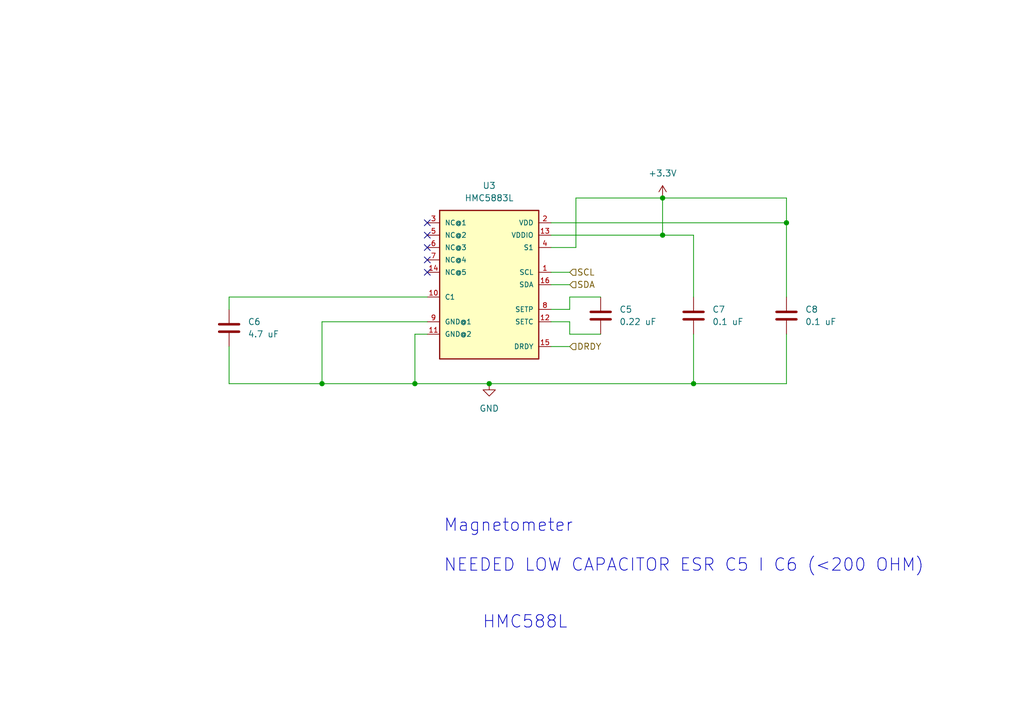
<source format=kicad_sch>
(kicad_sch (version 20231120) (generator "eeschema") (generator_version "8.0")
  (paper "A5")
  (lib_symbols
    (symbol "Device:C" (pin_numbers hide) (pin_names (offset 0.254))
      (property "Reference" "C" (at 0.635 2.54 0))
      (property "Value" "C" (at 0.635 -2.54 0))
      (symbol "C_0_1"
        (polyline (pts (xy -2.032 -0.762) (xy 2.032 -0.762)) (stroke (width 0.508)))
        (polyline (pts (xy -2.032 0.762) (xy 2.032 0.762)) (stroke (width 0.508)))
      )
      (symbol "C_1_1"
        (pin passive line (at 0 3.81 270) (length 2.794) (name "~") (number "1"))
        (pin passive line (at 0 -3.81 90) (length 2.794) (name "~") (number "2"))
      )
    )
    (symbol "HMC5883L:HMC5883L" (pin_names (offset 1.016))
      (property "Reference" "U" (at -10.16 15.494 0))
      (property "Value" "HMC5883L" (at -10.16 -15.494 0))
      (symbol "HMC5883L_0_0"
        (rectangle (start -10.16 -15.24) (end 10.16 15.24) (stroke (width 0.254)) (fill (type background)))
        (pin bidirectional line (at 12.7 2.54 180) (length 2.54) (name "SCL") (number "1"))
        (pin bidirectional line (at -12.7 -2.54 0) (length 2.54) (name "C1") (number "10"))
        (pin bidirectional line (at -12.7 -10.16 0) (length 2.54) (name "GND@2") (number "11"))
        (pin bidirectional line (at 12.7 -7.62 180) (length 2.54) (name "SETC") (number "12"))
        (pin bidirectional line (at 12.7 10.16 180) (length 2.54) (name "VDDIO") (number "13"))
        (pin bidirectional line (at -12.7 2.54 0) (length 2.54) (name "NC@5") (number "14"))
        (pin bidirectional line (at 12.7 -12.7 180) (length 2.54) (name "DRDY") (number "15"))
        (pin bidirectional line (at 12.7 0 180) (length 2.54) (name "SDA") (number "16"))
        (pin bidirectional line (at 12.7 12.7 180) (length 2.54) (name "VDD") (number "2"))
        (pin bidirectional line (at -12.7 12.7 0) (length 2.54) (name "NC@1") (number "3"))
        (pin bidirectional line (at 12.7 7.62 180) (length 2.54) (name "S1") (number "4"))
        (pin bidirectional line (at -12.7 10.16 0) (length 2.54) (name "NC@2") (number "5"))
        (pin bidirectional line (at -12.7 7.62 0) (length 2.54) (name "NC@3") (number "6"))
        (pin bidirectional line (at -12.7 5.08 0) (length 2.54) (name "NC@4") (number "7"))
        (pin bidirectional line (at 12.7 -5.08 180) (length 2.54) (name "SETP") (number "8"))
        (pin bidirectional line (at -12.7 -7.62 0) (length 2.54) (name "GND@1") (number "9"))
      )
    )
    (symbol "power:+3.3V" (power) (pin_numbers hide) (pin_names (offset 0) hide)
      (property "Value" "+3.3V" (at 0 3.556 0))
      (symbol "+3.3V_0_1"
        (polyline (pts (xy -0.762 1.27) (xy 0 2.54)))
        (polyline (pts (xy 0 0) (xy 0 2.54)))
        (polyline (pts (xy 0 2.54) (xy 0.762 1.27)))
      )
      (symbol "+3.3V_1_1"
        (pin power_in line (at 0 0 90) (length 0) (name "~") (number "1"))
      )
    )
    (symbol "power:GND" (power) (pin_numbers hide) (pin_names (offset 0) hide)
      (property "Value" "GND" (at 0 -3.81 0))
      (symbol "GND_0_1"
        (polyline (pts (xy 0 0) (xy 0 -1.27) (xy 1.27 -1.27) (xy 0 -2.54) (xy -1.27 -1.27) (xy 0 -1.27)))
      )
      (symbol "GND_1_1"
        (pin power_in line (at 0 0 270) (length 0) (name "~") (number "1"))
      )
    )
  )
  (junction (at 85.09 78.74))
  (junction (at 66.04 78.74))
  (junction (at 161.29 45.72))
  (junction (at 135.89 48.26))
  (junction (at 142.24 78.74))
  (junction (at 100.33 78.74))
  (junction (at 135.89 40.64))
  (no_connect (at 87.63 55.88))
  (no_connect (at 87.63 50.8))
  (no_connect (at 87.63 53.34))
  (no_connect (at 87.63 48.26))
  (no_connect (at 87.63 45.72))
  (wire (pts (xy 113.03 63.5) (xy 116.84 63.5)))
  (wire (pts (xy 66.04 66.04) (xy 66.04 78.74)))
  (wire (pts (xy 66.04 78.74) (xy 85.09 78.74)))
  (wire (pts (xy 87.63 68.58) (xy 85.09 68.58)))
  (wire (pts (xy 85.09 68.58) (xy 85.09 78.74)))
  (wire (pts (xy 85.09 78.74) (xy 100.33 78.74)))
  (wire (pts (xy 113.03 55.88) (xy 116.84 55.88)))
  (wire (pts (xy 113.03 48.26) (xy 135.89 48.26)))
  (wire (pts (xy 142.24 78.74) (xy 142.24 68.58)))
  (wire (pts (xy 113.03 71.12) (xy 116.84 71.12)))
  (wire (pts (xy 161.29 45.72) (xy 161.29 60.96)))
  (wire (pts (xy 113.03 45.72) (xy 161.29 45.72)))
  (wire (pts (xy 116.84 60.96) (xy 123.19 60.96)))
  (wire (pts (xy 116.84 66.04) (xy 116.84 68.58)))
  (wire (pts (xy 46.99 71.12) (xy 46.99 78.74)))
  (wire (pts (xy 161.29 40.64) (xy 161.29 45.72)))
  (wire (pts (xy 161.29 78.74) (xy 161.29 68.58)))
  (wire (pts (xy 100.33 78.74) (xy 142.24 78.74)))
  (wire (pts (xy 113.03 50.8) (xy 118.11 50.8)))
  (wire (pts (xy 46.99 60.96) (xy 46.99 63.5)))
  (wire (pts (xy 116.84 68.58) (xy 123.19 68.58)))
  (wire (pts (xy 113.03 58.42) (xy 116.84 58.42)))
  (wire (pts (xy 135.89 48.26) (xy 142.24 48.26)))
  (wire (pts (xy 87.63 60.96) (xy 46.99 60.96)))
  (wire (pts (xy 135.89 40.64) (xy 135.89 48.26)))
  (wire (pts (xy 113.03 66.04) (xy 116.84 66.04)))
  (wire (pts (xy 116.84 63.5) (xy 116.84 60.96)))
  (wire (pts (xy 142.24 48.26) (xy 142.24 60.96)))
  (wire (pts (xy 142.24 78.74) (xy 161.29 78.74)))
  (wire (pts (xy 46.99 78.74) (xy 66.04 78.74)))
  (wire (pts (xy 87.63 66.04) (xy 66.04 66.04)))
  (wire (pts (xy 118.11 50.8) (xy 118.11 40.64)))
  (wire (pts (xy 135.89 40.64) (xy 161.29 40.64)))
  (wire (pts (xy 118.11 40.64) (xy 135.89 40.64)))
  (text "Magnetometer\n\nNEEDED LOW CAPACITOR ESR C5 I C6 (<200 OHM)" (at 90.932 112.014 0) (effects (font (size 2.54 2.54)) (justify left)))
  (text "HMC588L" (at 107.696 127.762 0) (effects (font (size 2.54 2.54))))
  (hierarchical_label "SCL" (shape input) (at 116.84 55.88 0))
  (hierarchical_label "SDA" (shape input) (at 116.84 58.42 0))
  (hierarchical_label "DRDY" (shape input) (at 116.84 71.12 0))
  (symbol (lib_id "Device:C") (at 161.29 64.77 0) (unit 1)
    (property "Reference" "C8" (at 165.1 63.4999 0) (effects (justify left)))
    (property "Value" "0.1 uF" (at 165.1 66.0399 0) (effects (justify left)))
    (property "Description" "Unpolarized capacitor" (effects (hide yes)))
  )
  (symbol (lib_id "Device:C") (at 46.99 67.31 0) (unit 1)
    (property "Reference" "C6" (at 50.8 66.0399 0) (effects (justify left)))
    (property "Value" "4.7 uF" (at 50.8 68.5799 0) (effects (justify left)))
    (property "Description" "Unpolarized capacitor" (effects (hide yes)))
  )
  (symbol (lib_id "HMC5883L:HMC5883L") (at 100.33 58.42 0) (unit 1)
    (property "Reference" "U3" (at 100.33 38.1 0))
    (property "Value" "HMC5883L" (at 100.33 40.64 0))
    (property "Footprint" "koziol_drone_footprints:HMC5883L" (effects (hide yes)))
    (property "MF" "Honeywell Aerospace" (effects (hide yes)))
    (property "Description_1" "\nMagnetoresistive Sensor X, Y, Z Axis 16-LCC\n" (effects (hide yes)))
    (property "Package" "LCC-16 Honeywell" (effects (hide yes)))
    (property "Price" "None" (effects (hide yes)))
    (property "SF_ID" "COM-10494" (effects (hide yes)))
    (property "PROD_ID" "IC-10284" (effects (hide yes)))
    (property "SnapEDA_Link" "https://www.snapeda.com/parts/HMC5883L-T/Honeywell+Aerospace/view-part/?ref=snap" (effects (hide yes)))
    (property "MP" "HMC5883L-T" (effects (hide yes)))
    (property "Availability" "In Stock" (effects (hide yes)))
    (property "Check_prices" "https://www.snapeda.com/parts/HMC5883L-T/Honeywell+Aerospace/view-part/?ref=eda" (effects (hide yes)))
  )
  (symbol (lib_id "Device:C") (at 123.19 64.77 0) (unit 1)
    (property "Reference" "C5" (at 127 63.4999 0) (effects (justify left)))
    (property "Value" "0.22 uF" (at 127 66.0399 0) (effects (justify left)))
    (property "Description" "Unpolarized capacitor" (effects (hide yes)))
  )
  (symbol (lib_id "power:GND") (at 100.33 78.74 0) (unit 1)
    (property "Reference" "#PWR03" (effects (hide yes)))
    (property "Value" "GND" (at 100.33 83.82 0))
    (property "Description" "Power symbol creates a global label with name \"GND\" , ground" (effects (hide yes)))
  )
  (symbol (lib_id "Device:C") (at 142.24 64.77 0) (unit 1)
    (property "Reference" "C7" (at 146.05 63.4999 0) (effects (justify left)))
    (property "Value" "0.1 uF" (at 146.05 66.0399 0) (effects (justify left)))
    (property "Description" "Unpolarized capacitor" (effects (hide yes)))
  )
  (symbol (lib_id "power:+3.3V") (at 135.89 40.64 0) (unit 1)
    (property "Reference" "#PWR04" (effects (hide yes)))
    (property "Value" "+3.3V" (at 135.89 35.56 0))
    (property "Description" "Power symbol creates a global label with name \"+3.3V\"" (effects (hide yes)))
  )
)
</source>
